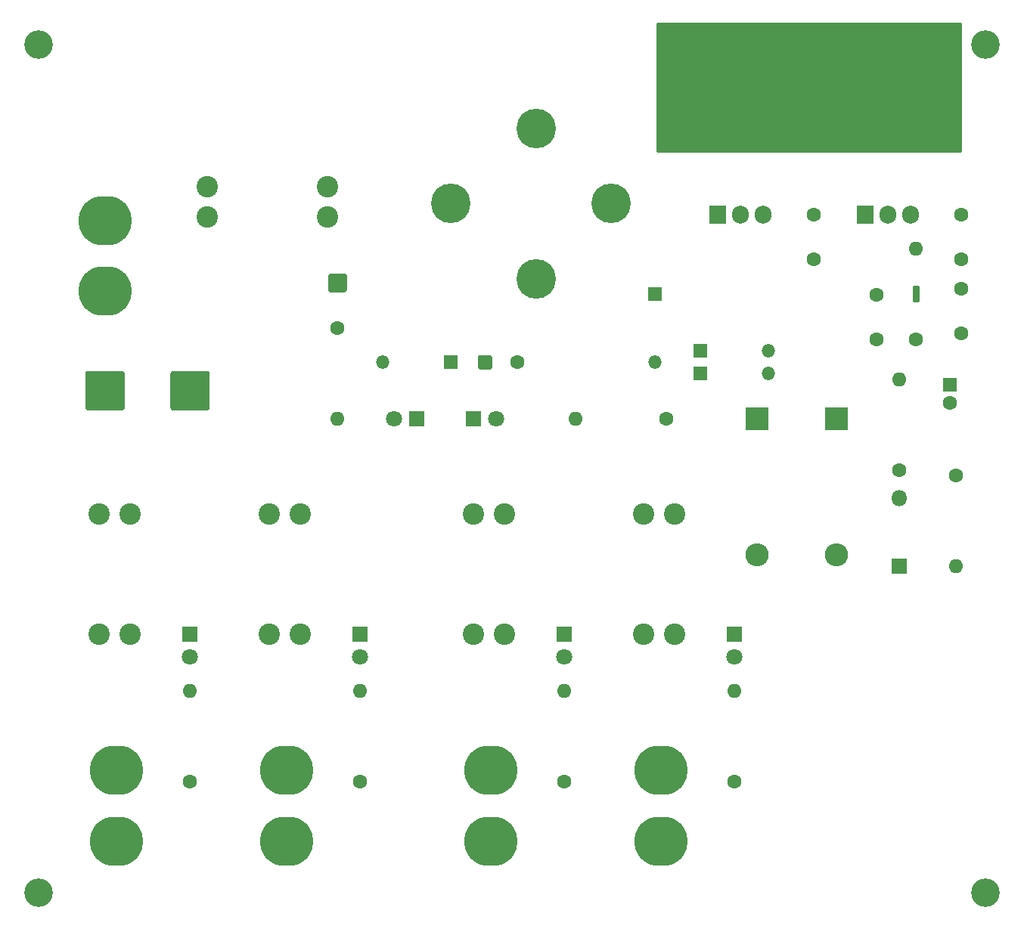
<source format=gbr>
%TF.GenerationSoftware,KiCad,Pcbnew,(5.1.9)-1*%
%TF.CreationDate,2021-04-24T17:16:38+01:00*%
%TF.ProjectId,PowerPole,506f7765-7250-46f6-9c65-2e6b69636164,rev?*%
%TF.SameCoordinates,Original*%
%TF.FileFunction,Soldermask,Top*%
%TF.FilePolarity,Negative*%
%FSLAX46Y46*%
G04 Gerber Fmt 4.6, Leading zero omitted, Abs format (unit mm)*
G04 Created by KiCad (PCBNEW (5.1.9)-1) date 2021-04-24 17:16:38*
%MOMM*%
%LPD*%
G01*
G04 APERTURE LIST*
%ADD10C,3.200000*%
%ADD11C,4.428000*%
%ADD12C,2.400000*%
%ADD13O,1.600000X1.600000*%
%ADD14C,1.600000*%
%ADD15O,6.000000X5.500000*%
%ADD16O,1.905000X2.000000*%
%ADD17R,1.905000X2.000000*%
%ADD18O,3.500000X3.500000*%
%ADD19C,1.800000*%
%ADD20R,1.800000X1.800000*%
%ADD21O,1.500000X1.500000*%
%ADD22R,1.500000X1.500000*%
%ADD23O,2.600000X2.600000*%
%ADD24R,2.600000X2.600000*%
%ADD25O,1.800000X1.800000*%
%ADD26R,1.600000X1.600000*%
%ADD27C,0.254000*%
%ADD28C,0.100000*%
G04 APERTURE END LIST*
D10*
%TO.C, *%
X91000000Y-114000000D03*
%TD*%
%TO.C, *%
X197000000Y-19000000D03*
%TD*%
%TO.C, *%
X197000000Y-114000000D03*
%TD*%
%TO.C, *%
X91000000Y-19000000D03*
%TD*%
D11*
%TO.C,K1*%
X155060000Y-36830000D03*
X146660000Y-45230000D03*
X146660000Y-28430000D03*
X137160000Y-36830000D03*
%TD*%
D12*
%TO.C,F5*%
X158750000Y-71620000D03*
X162150000Y-71620000D03*
X162150000Y-85090000D03*
X158750000Y-85090000D03*
%TD*%
%TO.C,F4*%
X139700000Y-71620000D03*
X143100000Y-71620000D03*
X143100000Y-85090000D03*
X139700000Y-85090000D03*
%TD*%
%TO.C,F3*%
X116840000Y-71620000D03*
X120240000Y-71620000D03*
X120240000Y-85090000D03*
X116840000Y-85090000D03*
%TD*%
%TO.C,F2*%
X97790000Y-71620000D03*
X101190000Y-71620000D03*
X101190000Y-85090000D03*
X97790000Y-85090000D03*
%TD*%
%TO.C,F1*%
X123325000Y-34925000D03*
X123325000Y-38325000D03*
X109855000Y-38325000D03*
X109855000Y-34925000D03*
%TD*%
D13*
%TO.C,R8*%
X124460000Y-60960000D03*
D14*
X124460000Y-50800000D03*
%TD*%
%TO.C,J8*%
G36*
G01*
X105750000Y-59734200D02*
X105750000Y-55835800D01*
G75*
G02*
X106000800Y-55585000I250800J0D01*
G01*
X109899200Y-55585000D01*
G75*
G02*
X110150000Y-55835800I0J-250800D01*
G01*
X110150000Y-59734200D01*
G75*
G02*
X109899200Y-59985000I-250800J0D01*
G01*
X106000800Y-59985000D01*
G75*
G02*
X105750000Y-59734200I0J250800D01*
G01*
G37*
%TD*%
%TO.C,J7*%
G36*
G01*
X96225000Y-59734200D02*
X96225000Y-55835800D01*
G75*
G02*
X96475800Y-55585000I250800J0D01*
G01*
X100374200Y-55585000D01*
G75*
G02*
X100625000Y-55835800I0J-250800D01*
G01*
X100625000Y-59734200D01*
G75*
G02*
X100374200Y-59985000I-250800J0D01*
G01*
X96475800Y-59985000D01*
G75*
G02*
X96225000Y-59734200I0J250800D01*
G01*
G37*
%TD*%
%TO.C,J6*%
G36*
G01*
X123410000Y-46520001D02*
X123410000Y-44919999D01*
G75*
G02*
X123659999Y-44670000I249999J0D01*
G01*
X125260001Y-44670000D01*
G75*
G02*
X125510000Y-44919999I0J-249999D01*
G01*
X125510000Y-46520001D01*
G75*
G02*
X125260001Y-46770000I-249999J0D01*
G01*
X123659999Y-46770000D01*
G75*
G02*
X123410000Y-46520001I0J249999D01*
G01*
G37*
%TD*%
D15*
%TO.C,J5*%
X99695000Y-108230000D03*
X99695000Y-100330000D03*
%TD*%
%TO.C,J4*%
X118745000Y-108230000D03*
X118745000Y-100330000D03*
%TD*%
%TO.C,J3*%
X141605000Y-108230000D03*
X141605000Y-100330000D03*
%TD*%
%TO.C,J2*%
X160655000Y-108230000D03*
X160655000Y-100330000D03*
%TD*%
%TO.C,J1*%
X98425000Y-46635000D03*
X98425000Y-38735000D03*
%TD*%
D14*
%TO.C,C5*%
X177800000Y-43100000D03*
X177800000Y-38100000D03*
%TD*%
D16*
%TO.C,D1*%
X172085000Y-38100000D03*
X169545000Y-38100000D03*
D17*
X167005000Y-38100000D03*
D18*
X169545000Y-21440000D03*
%TD*%
D14*
%TO.C,SW1*%
X144570000Y-54610000D03*
G36*
G01*
X140170000Y-55160000D02*
X140170000Y-54060000D01*
G75*
G02*
X140420000Y-53810000I250000J0D01*
G01*
X141520000Y-53810000D01*
G75*
G02*
X141770000Y-54060000I0J-250000D01*
G01*
X141770000Y-55160000D01*
G75*
G02*
X141520000Y-55410000I-250000J0D01*
G01*
X140420000Y-55410000D01*
G75*
G02*
X140170000Y-55160000I0J250000D01*
G01*
G37*
%TD*%
D13*
%TO.C,R9*%
X189230000Y-41910000D03*
D14*
X189230000Y-52070000D03*
%TD*%
D13*
%TO.C,R7*%
X107950000Y-91440000D03*
D14*
X107950000Y-101600000D03*
%TD*%
D13*
%TO.C,R6*%
X127000000Y-91440000D03*
D14*
X127000000Y-101600000D03*
%TD*%
D13*
%TO.C,R5*%
X149860000Y-91440000D03*
D14*
X149860000Y-101600000D03*
%TD*%
D13*
%TO.C,R4*%
X168910000Y-91440000D03*
D14*
X168910000Y-101600000D03*
%TD*%
D13*
%TO.C,R3*%
X151130000Y-60960000D03*
D14*
X161290000Y-60960000D03*
%TD*%
D13*
%TO.C,R2*%
X187325000Y-56515000D03*
D14*
X187325000Y-66675000D03*
%TD*%
D13*
%TO.C,R1*%
X193675000Y-77470000D03*
D14*
X193675000Y-67310000D03*
%TD*%
D19*
%TO.C,D15*%
X130810000Y-60960000D03*
D20*
X133350000Y-60960000D03*
%TD*%
D21*
%TO.C,D14*%
X129540000Y-54610000D03*
D22*
X137160000Y-54610000D03*
%TD*%
D21*
%TO.C,D13*%
X172720000Y-53340000D03*
D22*
X165100000Y-53340000D03*
%TD*%
D21*
%TO.C,D12*%
X172720000Y-55880000D03*
D22*
X165100000Y-55880000D03*
%TD*%
D21*
%TO.C,D11*%
X160020000Y-54610000D03*
D22*
X160020000Y-46990000D03*
%TD*%
D19*
%TO.C,D10*%
X107950000Y-87630000D03*
D20*
X107950000Y-85090000D03*
%TD*%
D19*
%TO.C,D9*%
X127000000Y-87630000D03*
D20*
X127000000Y-85090000D03*
%TD*%
D19*
%TO.C,D8*%
X149860000Y-87630000D03*
D20*
X149860000Y-85090000D03*
%TD*%
D19*
%TO.C,D7*%
X168910000Y-87630000D03*
D20*
X168910000Y-85090000D03*
%TD*%
D19*
%TO.C,D6*%
X142240000Y-60960000D03*
D20*
X139700000Y-60960000D03*
%TD*%
D23*
%TO.C,D5*%
X180340000Y-76200000D03*
D24*
X180340000Y-60960000D03*
%TD*%
D23*
%TO.C,D4*%
X171450000Y-76200000D03*
D24*
X171450000Y-60960000D03*
%TD*%
D25*
%TO.C,D3*%
X187325000Y-69850000D03*
D20*
X187325000Y-77470000D03*
%TD*%
D16*
%TO.C,D2*%
X188595000Y-38100000D03*
X186055000Y-38100000D03*
D17*
X183515000Y-38100000D03*
D18*
X186055000Y-21440000D03*
%TD*%
D14*
%TO.C,C4*%
X184785000Y-47070000D03*
X184785000Y-52070000D03*
%TD*%
%TO.C,C3*%
X194310000Y-51355000D03*
X194310000Y-46355000D03*
%TD*%
%TO.C,C2*%
X194310000Y-43100000D03*
X194310000Y-38100000D03*
%TD*%
%TO.C,C1*%
X193040000Y-59150000D03*
D26*
X193040000Y-57150000D03*
%TD*%
D27*
X194183001Y-30988000D02*
X160245384Y-30988000D01*
X160245383Y-16637000D01*
X194183000Y-16637000D01*
X194183001Y-30988000D01*
D28*
G36*
X194183001Y-30988000D02*
G01*
X160245384Y-30988000D01*
X160245383Y-16637000D01*
X194183000Y-16637000D01*
X194183001Y-30988000D01*
G37*
D27*
X189484000Y-47752000D02*
X188976000Y-47752000D01*
X188976000Y-46101000D01*
X189484000Y-46101000D01*
X189484000Y-47752000D01*
D28*
G36*
X189484000Y-47752000D02*
G01*
X188976000Y-47752000D01*
X188976000Y-46101000D01*
X189484000Y-46101000D01*
X189484000Y-47752000D01*
G37*
M02*

</source>
